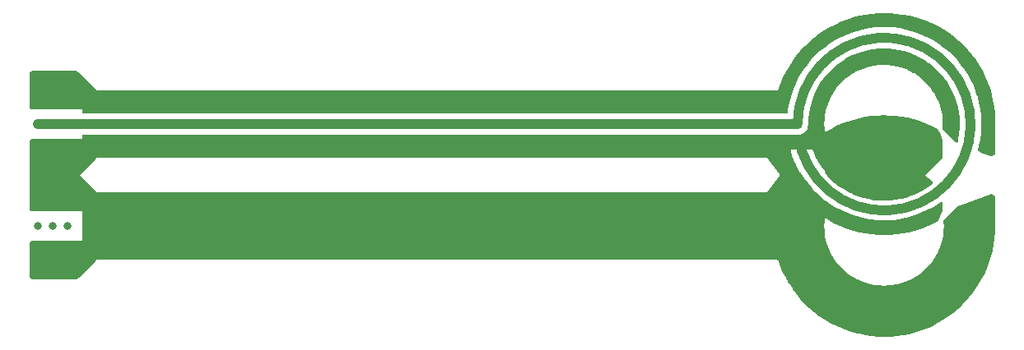
<source format=gbr>
G04 #@! TF.GenerationSoftware,KiCad,Pcbnew,8.0.4*
G04 #@! TF.CreationDate,2024-08-12T15:20:44-06:00*
G04 #@! TF.ProjectId,dual_loop_probe_fullground,6475616c-5f6c-46f6-9f70-5f70726f6265,rev?*
G04 #@! TF.SameCoordinates,Original*
G04 #@! TF.FileFunction,Copper,L3,Inr*
G04 #@! TF.FilePolarity,Positive*
%FSLAX46Y46*%
G04 Gerber Fmt 4.6, Leading zero omitted, Abs format (unit mm)*
G04 Created by KiCad (PCBNEW 8.0.4) date 2024-08-12 15:20:44*
%MOMM*%
%LPD*%
G01*
G04 APERTURE LIST*
G04 #@! TA.AperFunction,Conductor*
%ADD10C,0.100000*%
G04 #@! TD*
G04 #@! TA.AperFunction,Conductor*
%ADD11C,1.000000*%
G04 #@! TD*
G04 #@! TA.AperFunction,ComponentPad*
%ADD12R,4.190000X3.000000*%
G04 #@! TD*
G04 #@! TA.AperFunction,ViaPad*
%ADD13C,0.800000*%
G04 #@! TD*
G04 APERTURE END LIST*
D10*
X174000000Y-88000000D02*
X171000000Y-88000000D01*
X171000000Y-87000000D01*
X174000000Y-87000000D01*
X174000000Y-88000000D01*
G04 #@! TA.AperFunction,Conductor*
G36*
X174000000Y-88000000D02*
G01*
X171000000Y-88000000D01*
X171000000Y-87000000D01*
X174000000Y-87000000D01*
X174000000Y-88000000D01*
G37*
G04 #@! TD.AperFunction*
D11*
X172096699Y-85500917D02*
G75*
G02*
X172532462Y-88252170I8903201J17D01*
G01*
D12*
X95500000Y-99325000D03*
X95500000Y-92675000D03*
X95500000Y-82350000D03*
X95500000Y-89000000D03*
D13*
X133000000Y-94000000D03*
X131500000Y-94000000D03*
X95500000Y-94000000D03*
X101500000Y-94000000D03*
X104500000Y-94000000D03*
X122500000Y-94000000D03*
X124000000Y-94000000D03*
X125500000Y-94000000D03*
X127000000Y-94000000D03*
X119500000Y-94000000D03*
X112000000Y-94000000D03*
X110500000Y-94000000D03*
X94000000Y-94000000D03*
X100000000Y-94000000D03*
X118000000Y-94000000D03*
X130000000Y-94000000D03*
X121000000Y-94000000D03*
X109000000Y-94000000D03*
X107500000Y-94000000D03*
X116500000Y-94000000D03*
X98500000Y-94000000D03*
X103000000Y-94000000D03*
X128500000Y-94000000D03*
X106000000Y-94000000D03*
X115000000Y-94000000D03*
X97000000Y-94000000D03*
X113500000Y-94000000D03*
X134500000Y-94000000D03*
X170500000Y-94000000D03*
X169000000Y-94000000D03*
X137500000Y-94000000D03*
X136000000Y-94000000D03*
X140500000Y-94000000D03*
X143500000Y-94000000D03*
X139000000Y-94000000D03*
X142000000Y-94000000D03*
X151000000Y-94000000D03*
X145000000Y-94000000D03*
X145000000Y-94000000D03*
X146500000Y-94000000D03*
X148000000Y-94000000D03*
X149500000Y-94000000D03*
X154000000Y-94000000D03*
X152500000Y-94000000D03*
X155500000Y-94000000D03*
X157000000Y-94000000D03*
X158500000Y-94000000D03*
X160000000Y-94000000D03*
X161500000Y-94000000D03*
X163000000Y-94000000D03*
X164500000Y-94000000D03*
X166000000Y-94000000D03*
X167500000Y-94000000D03*
X174160681Y-97491213D03*
X174635347Y-98913966D03*
X175402207Y-100202942D03*
X176426056Y-101298965D03*
X177659889Y-102151720D03*
X179047062Y-102722056D03*
X180523893Y-102983790D03*
X182022581Y-102924906D03*
X183474324Y-102548108D03*
X184812473Y-101870694D03*
X185975596Y-100923763D03*
X186910295Y-99750788D03*
X187573660Y-98405618D03*
X187935235Y-96950009D03*
X174160681Y-94508787D03*
X176189817Y-90750000D03*
X177393138Y-89793306D03*
X178759561Y-89174905D03*
X180226358Y-88861790D03*
X181726188Y-88868335D03*
X183190197Y-89194238D03*
X184551172Y-89824539D03*
X187935235Y-95500000D03*
X170892607Y-99477156D03*
X171491886Y-100883213D03*
X172285582Y-102189421D03*
X173257467Y-103369069D03*
X174387667Y-104398039D03*
X175653074Y-105255289D03*
X177027812Y-105923292D03*
X178483771Y-106388387D03*
X179991181Y-106641066D03*
X181519219Y-106676161D03*
X183036640Y-106492955D03*
X184512416Y-106095193D03*
X185916373Y-105491010D03*
X187219802Y-104692759D03*
X188396051Y-103716763D03*
X189421069Y-102582978D03*
X190273897Y-101314587D03*
X190937097Y-99937525D03*
X191397107Y-98479952D03*
X191644523Y-96971669D03*
X171000000Y-92250000D03*
X171500000Y-90750000D03*
X175653074Y-86744711D03*
X177027812Y-86076708D03*
X178483771Y-85611613D03*
X179991181Y-85358934D03*
X181519219Y-85323839D03*
X183036640Y-85507045D03*
X184512416Y-85904807D03*
X185916373Y-86508990D03*
X191397107Y-93520048D03*
X191644523Y-95028331D03*
X101500000Y-87500000D03*
X110500000Y-98000000D03*
X188451529Y-77783237D03*
X107500000Y-83500000D03*
X121000000Y-87500000D03*
X167500000Y-83500000D03*
X183474325Y-79001883D03*
X94000000Y-98000000D03*
X134500000Y-98000000D03*
X125500000Y-83500000D03*
X125500000Y-87500000D03*
X166000000Y-83500000D03*
X124000000Y-83500000D03*
X109000000Y-83500000D03*
X173000000Y-94000000D03*
X160000000Y-98000000D03*
X97007460Y-89003531D03*
X100000000Y-98000000D03*
X180523894Y-78566201D03*
X130000000Y-98000000D03*
X121000000Y-98000000D03*
X158500000Y-83500000D03*
X121000000Y-83500000D03*
X140500000Y-87500000D03*
X140500000Y-83500000D03*
X175628427Y-94707958D03*
X113500000Y-87500000D03*
X187935236Y-86000000D03*
X174000001Y-85549991D03*
X185888882Y-95045517D03*
X95500000Y-83500000D03*
X191694380Y-86426685D03*
X151000000Y-98000000D03*
X164500000Y-87500000D03*
X163000000Y-98000000D03*
X119500000Y-87500000D03*
X191452585Y-83020048D03*
X172000000Y-87500000D03*
X112000000Y-83500000D03*
X181480182Y-96186973D03*
X136000000Y-87500000D03*
X170500000Y-98000000D03*
X134500000Y-83500000D03*
X185971851Y-76008990D03*
X97000000Y-90250000D03*
X174635348Y-82636025D03*
X161500000Y-83500000D03*
X167500000Y-98000000D03*
X140500000Y-98000000D03*
X149500000Y-87500000D03*
X97000000Y-98000000D03*
X122500000Y-83500000D03*
X146500000Y-83500000D03*
X163000000Y-87500000D03*
X130000000Y-83500000D03*
X160000000Y-83500000D03*
X106000000Y-98000000D03*
X145000000Y-83500000D03*
X190329375Y-80185413D03*
X95500000Y-98000000D03*
X95500000Y-100500000D03*
X187573661Y-83144373D03*
X113500000Y-83500000D03*
X109000000Y-98000000D03*
X169000000Y-83500000D03*
X180191817Y-92566997D03*
X160000000Y-87500000D03*
X174443145Y-77101961D03*
X94000000Y-100500000D03*
X130000000Y-87500000D03*
X166000000Y-87500000D03*
X179952568Y-96136716D03*
X103000000Y-83500000D03*
X115000000Y-87500000D03*
X137500000Y-98000000D03*
X128500000Y-98000000D03*
X119500000Y-83500000D03*
X155500000Y-87500000D03*
X100000000Y-83500000D03*
X94000000Y-87750000D03*
X142000000Y-83500000D03*
X118000000Y-87500000D03*
X107500000Y-87500000D03*
X137500000Y-87500000D03*
X151000000Y-87500000D03*
X98500000Y-83500000D03*
X149500000Y-98000000D03*
X142000000Y-98000000D03*
X94000000Y-90250000D03*
X145000000Y-83500000D03*
X152500000Y-87500000D03*
X98500000Y-87500000D03*
X118000000Y-83500000D03*
X109000000Y-87500000D03*
X183158444Y-92260427D03*
X145000000Y-98000000D03*
X157000000Y-83500000D03*
X155500000Y-98000000D03*
X182022582Y-78625085D03*
X170500000Y-87500000D03*
X145000000Y-87500000D03*
X164500000Y-83500000D03*
X152500000Y-98000000D03*
X174000000Y-96000000D03*
X136000000Y-98000000D03*
X116500000Y-87500000D03*
X134500000Y-87500000D03*
X187275280Y-76807241D03*
X175708552Y-76244711D03*
X158500000Y-98000000D03*
X191446964Y-87934968D03*
X173000000Y-87500000D03*
X189476547Y-78917022D03*
X124000000Y-87500000D03*
X131500000Y-87500000D03*
X186910296Y-81799203D03*
X97000000Y-87750000D03*
X177083290Y-75576708D03*
X146500000Y-98000000D03*
X163000000Y-83500000D03*
X115000000Y-98000000D03*
X136000000Y-83500000D03*
X97000000Y-83500919D03*
X180046659Y-74858934D03*
X110500000Y-87500000D03*
X161500000Y-87500000D03*
X137500000Y-83500000D03*
X125500000Y-98000000D03*
X127000000Y-98000000D03*
X161500000Y-98000000D03*
X97007460Y-99253531D03*
X166000000Y-98000000D03*
X184524867Y-91642026D03*
X175402208Y-81347049D03*
X139000000Y-83500000D03*
X101500000Y-83500000D03*
X106000000Y-87500000D03*
X116500000Y-98000000D03*
X128500000Y-83500000D03*
X94000000Y-91500000D03*
X127000000Y-87500000D03*
X178539249Y-75111613D03*
X100000000Y-87500000D03*
X167500000Y-87500000D03*
X182999347Y-96018834D03*
X98500000Y-98000000D03*
X178447741Y-95869090D03*
X148000000Y-87500000D03*
X112000000Y-98000000D03*
X177366833Y-91610793D03*
X183092118Y-75007045D03*
X157000000Y-87500000D03*
X94000000Y-83500000D03*
X169000000Y-87500000D03*
X154000000Y-87500000D03*
X179047063Y-78827935D03*
X176426057Y-80251026D03*
X171000000Y-89250000D03*
X128500000Y-87500000D03*
X107500000Y-98000000D03*
X94000000Y-81000000D03*
X148000000Y-98000000D03*
X149500000Y-83500000D03*
X110500000Y-83500000D03*
X122500000Y-98000000D03*
X181574697Y-74823839D03*
X158500000Y-87500000D03*
X133000000Y-83500000D03*
X190992575Y-81562475D03*
X131500000Y-83500000D03*
X95500000Y-81000000D03*
X170948085Y-82022844D03*
X97000000Y-91500000D03*
X112000000Y-87500000D03*
X104500000Y-83500000D03*
X178727808Y-92241094D03*
X154000000Y-98000000D03*
X187935236Y-84599982D03*
X172000000Y-94000000D03*
X185975597Y-80626228D03*
X127000000Y-83500000D03*
X155500000Y-83500000D03*
X146500000Y-87500000D03*
X133000000Y-87500000D03*
X118000000Y-98000000D03*
X143500000Y-87500000D03*
X177659890Y-79398271D03*
X142000000Y-87500000D03*
X148000000Y-83500000D03*
X176996468Y-95389569D03*
X104500000Y-98000000D03*
X154000000Y-83500000D03*
X172341060Y-79310579D03*
X184478999Y-95635737D03*
X181691647Y-92573542D03*
X95500000Y-90250000D03*
X131500000Y-98000000D03*
X191700001Y-84528331D03*
X106000000Y-83500000D03*
X174160682Y-84058778D03*
X164500000Y-98000000D03*
X97000000Y-100500000D03*
X122500000Y-87500000D03*
X145000000Y-87500000D03*
X103000000Y-87500000D03*
X104500000Y-87500000D03*
X101500000Y-98000000D03*
X173312945Y-78130931D03*
X124000000Y-98000000D03*
X174160682Y-87041204D03*
X113500000Y-98000000D03*
X184812474Y-79679297D03*
X170555478Y-83500000D03*
X139000000Y-98000000D03*
X119500000Y-98000000D03*
X152500000Y-83500000D03*
X184567894Y-75404807D03*
X95500000Y-87750000D03*
X151000000Y-83500000D03*
X143500000Y-83500000D03*
X95500000Y-91500000D03*
X103000000Y-98000000D03*
X143500000Y-98000000D03*
X133000000Y-98000000D03*
X139000000Y-87500000D03*
X97007194Y-92739008D03*
X116500000Y-83500000D03*
X169000000Y-98000000D03*
X115000000Y-83500000D03*
X97007194Y-82239008D03*
X145000000Y-98000000D03*
X157000000Y-98000000D03*
X97000000Y-81000000D03*
X171547364Y-80616787D03*
X97000000Y-96000000D03*
X94000000Y-96000000D03*
X95500000Y-96000632D03*
X97000000Y-85500919D03*
X95500000Y-85500919D03*
X94000000Y-85500919D03*
D11*
X98000000Y-85500919D02*
X171999888Y-85500919D01*
X97652246Y-85500919D02*
X93999944Y-85500919D01*
G04 #@! TA.AperFunction,Conductor*
G36*
X98603553Y-91103553D02*
G01*
X98603567Y-91103568D01*
X99853537Y-92353538D01*
X99853547Y-92353547D01*
X100000000Y-92500000D01*
X168750000Y-92500000D01*
X169000000Y-92500000D01*
X170500000Y-90500000D01*
X172446541Y-90500000D01*
X172471177Y-90544812D01*
X172804719Y-91070384D01*
X173170589Y-91573960D01*
X173170597Y-91573970D01*
X173567361Y-92053572D01*
X173567385Y-92053600D01*
X173667223Y-92159916D01*
X173993492Y-92507355D01*
X174447257Y-92933465D01*
X174531426Y-93003095D01*
X174926866Y-93330230D01*
X174926891Y-93330250D01*
X175199860Y-93528572D01*
X175430473Y-93696121D01*
X175956045Y-94029656D01*
X176501523Y-94329533D01*
X176501535Y-94329538D01*
X176501543Y-94329543D01*
X176826106Y-94482269D01*
X177064754Y-94594567D01*
X177643515Y-94823713D01*
X178235522Y-95016065D01*
X178838439Y-95170866D01*
X179449886Y-95287504D01*
X179889956Y-95343096D01*
X180067440Y-95365517D01*
X180067444Y-95365517D01*
X180067450Y-95365518D01*
X180688695Y-95404602D01*
X181311156Y-95404600D01*
X181311178Y-95404600D01*
X181311178Y-95404599D01*
X181932411Y-95365512D01*
X182549975Y-95287494D01*
X183161422Y-95170852D01*
X183161437Y-95170848D01*
X183161446Y-95170846D01*
X183368182Y-95117764D01*
X183764338Y-95016048D01*
X184356344Y-94823692D01*
X184935103Y-94594542D01*
X185498332Y-94329505D01*
X185498352Y-94329493D01*
X185498358Y-94329491D01*
X186043788Y-94029636D01*
X186043788Y-94029635D01*
X186043808Y-94029625D01*
X186569378Y-93696086D01*
X186799940Y-93528571D01*
X186866806Y-93504714D01*
X186935958Y-93520794D01*
X186985438Y-93571707D01*
X187000000Y-93630508D01*
X187000000Y-94374658D01*
X186999154Y-94389232D01*
X186988320Y-94482269D01*
X186981625Y-94510631D01*
X186949705Y-94598698D01*
X186943944Y-94612111D01*
X186567244Y-95365512D01*
X186500000Y-95500000D01*
X186525447Y-95500000D01*
X186516288Y-95521062D01*
X186482297Y-95549577D01*
X186447840Y-95569354D01*
X186441741Y-95572635D01*
X185884877Y-95852748D01*
X185878607Y-95855688D01*
X185307246Y-96104759D01*
X185300823Y-96107351D01*
X184716607Y-96324665D01*
X184710053Y-96326901D01*
X184114773Y-96511791D01*
X184108105Y-96513662D01*
X183503602Y-96665556D01*
X183496841Y-96667059D01*
X182884880Y-96785514D01*
X182878047Y-96786643D01*
X182260493Y-96871299D01*
X182253609Y-96872050D01*
X181632354Y-96922645D01*
X181625438Y-96923017D01*
X181002348Y-96939401D01*
X180995423Y-96939393D01*
X180372355Y-96921518D01*
X180365440Y-96921129D01*
X179744310Y-96869047D01*
X179737427Y-96868279D01*
X179120090Y-96782148D01*
X179113260Y-96781003D01*
X178501581Y-96661083D01*
X178494824Y-96659564D01*
X177890680Y-96506222D01*
X177884017Y-96504335D01*
X177289188Y-96318024D01*
X177282638Y-96315773D01*
X176698958Y-96097066D01*
X176692542Y-96094459D01*
X176121747Y-95844008D01*
X176115484Y-95841052D01*
X176024768Y-95795148D01*
X175559314Y-95559618D01*
X175553223Y-95556322D01*
X175043261Y-95262015D01*
X175026842Y-95249966D01*
X175013439Y-95243843D01*
X174999838Y-95236594D01*
X174998049Y-95235495D01*
X174994093Y-95233064D01*
X174989451Y-95230212D01*
X174988818Y-95230060D01*
X174984794Y-95228670D01*
X174980540Y-95228591D01*
X174979896Y-95228517D01*
X174967935Y-95230938D01*
X174952690Y-95233064D01*
X174940539Y-95234007D01*
X174939949Y-95234251D01*
X174935863Y-95235495D01*
X174932378Y-95237930D01*
X174931806Y-95238252D01*
X174923553Y-95247242D01*
X174912467Y-95257925D01*
X174903190Y-95265830D01*
X174902851Y-95266383D01*
X174900285Y-95269781D01*
X174898896Y-95273802D01*
X174898625Y-95274393D01*
X174897234Y-95286508D01*
X174894544Y-95301673D01*
X174891685Y-95313520D01*
X174891733Y-95314128D01*
X174891285Y-95338259D01*
X174868324Y-95537945D01*
X174850969Y-96019135D01*
X174871317Y-96500194D01*
X174929244Y-96978195D01*
X174929248Y-96978216D01*
X175024393Y-97450199D01*
X175024395Y-97450207D01*
X175156179Y-97913294D01*
X175156188Y-97913322D01*
X175323805Y-98364689D01*
X175323816Y-98364715D01*
X175526226Y-98801559D01*
X175526230Y-98801567D01*
X175526235Y-98801577D01*
X175762224Y-99221280D01*
X176030329Y-99621231D01*
X176328907Y-99998978D01*
X176468419Y-100149580D01*
X176656122Y-100352204D01*
X176656131Y-100352213D01*
X177009965Y-100678735D01*
X177009972Y-100678741D01*
X177009979Y-100678747D01*
X177388298Y-100976600D01*
X177788762Y-101243938D01*
X177788765Y-101243940D01*
X177788770Y-101243943D01*
X177974152Y-101347712D01*
X178208916Y-101479123D01*
X178515392Y-101620414D01*
X178578482Y-101649500D01*
X178646185Y-101680712D01*
X179097885Y-101847469D01*
X179561249Y-101978372D01*
X180033435Y-102072618D01*
X180511547Y-102129629D01*
X180992654Y-102149056D01*
X180992658Y-102149055D01*
X180992662Y-102149056D01*
X181473790Y-102130780D01*
X181473794Y-102130779D01*
X181473807Y-102130779D01*
X181881390Y-102083164D01*
X181952047Y-102074911D01*
X181952050Y-102074910D01*
X181952054Y-102074910D01*
X181952059Y-102074908D01*
X181952071Y-102074907D01*
X182097555Y-102046230D01*
X182424463Y-101981793D01*
X182888138Y-101851997D01*
X183340236Y-101686320D01*
X183777985Y-101485776D01*
X184198700Y-101251596D01*
X184198700Y-101251595D01*
X184198707Y-101251592D01*
X184198713Y-101251588D01*
X184599787Y-100985225D01*
X184599787Y-100985224D01*
X184599802Y-100985215D01*
X184826144Y-100807888D01*
X184978810Y-100688283D01*
X184978815Y-100688278D01*
X184978831Y-100688266D01*
X185333464Y-100362572D01*
X185661525Y-100010127D01*
X185961005Y-99633094D01*
X186230065Y-99233785D01*
X186467056Y-98814647D01*
X186473159Y-98801559D01*
X186571605Y-98590414D01*
X186670526Y-98378250D01*
X186839226Y-97927272D01*
X186972123Y-97464476D01*
X187068401Y-96992700D01*
X187127469Y-96514838D01*
X187145681Y-96107351D01*
X187148967Y-96033830D01*
X187148967Y-96033819D01*
X187132762Y-95552592D01*
X187120794Y-95446280D01*
X187133050Y-95376350D01*
X187156902Y-95343096D01*
X188418672Y-94081327D01*
X188428634Y-94072375D01*
X188495788Y-94018209D01*
X188518321Y-94003700D01*
X188595417Y-93964981D01*
X188607698Y-93959613D01*
X191816305Y-92756385D01*
X191832909Y-92751433D01*
X191941443Y-92727054D01*
X191975936Y-92724181D01*
X192078221Y-92729783D01*
X192112201Y-92736407D01*
X192209103Y-92769637D01*
X192239998Y-92785260D01*
X192324194Y-92843608D01*
X192349671Y-92867051D01*
X192395746Y-92922975D01*
X192423625Y-92988269D01*
X192424500Y-93003095D01*
X192424500Y-95998248D01*
X192424450Y-96001782D01*
X192406626Y-96637038D01*
X192406230Y-96644094D01*
X192352962Y-97275607D01*
X192352171Y-97282631D01*
X192263576Y-97910179D01*
X192262392Y-97917146D01*
X192138753Y-98538725D01*
X192137180Y-98545616D01*
X191978884Y-99159276D01*
X191976928Y-99166067D01*
X191784464Y-99769916D01*
X191782129Y-99776587D01*
X191556127Y-100368651D01*
X191553423Y-100375181D01*
X191294560Y-100953682D01*
X191291493Y-100960050D01*
X191000607Y-101523114D01*
X190997188Y-101529299D01*
X190675202Y-102075146D01*
X190671442Y-102081131D01*
X190319337Y-102608093D01*
X190315247Y-102613857D01*
X189934166Y-103120225D01*
X189929760Y-103125751D01*
X189520866Y-103609979D01*
X189516156Y-103615249D01*
X189080769Y-104075772D01*
X189075772Y-104080769D01*
X188615249Y-104516156D01*
X188609979Y-104520866D01*
X188125751Y-104929760D01*
X188120225Y-104934166D01*
X187613857Y-105315247D01*
X187608093Y-105319337D01*
X187081131Y-105671442D01*
X187075146Y-105675202D01*
X186529299Y-105997188D01*
X186523114Y-106000607D01*
X185960050Y-106291493D01*
X185953682Y-106294560D01*
X185375181Y-106553423D01*
X185368651Y-106556127D01*
X184776587Y-106782129D01*
X184769916Y-106784464D01*
X184166067Y-106976928D01*
X184159276Y-106978884D01*
X183545616Y-107137180D01*
X183538725Y-107138753D01*
X182917146Y-107262392D01*
X182910179Y-107263576D01*
X182282631Y-107352171D01*
X182275607Y-107352962D01*
X181644094Y-107406230D01*
X181637038Y-107406626D01*
X181148740Y-107420326D01*
X181091250Y-107408238D01*
X181076242Y-107401126D01*
X181076241Y-107401126D01*
X181076239Y-107401125D01*
X181044026Y-107401325D01*
X181042169Y-107401322D01*
X181041468Y-107401316D01*
X181039739Y-107401290D01*
X180394673Y-107386916D01*
X180387498Y-107386551D01*
X179745750Y-107335549D01*
X179738606Y-107334776D01*
X179100794Y-107247274D01*
X179093707Y-107246095D01*
X178461927Y-107122384D01*
X178454918Y-107120803D01*
X177831195Y-106961275D01*
X177824288Y-106959296D01*
X177210713Y-106764489D01*
X177203930Y-106762121D01*
X176602431Y-106532648D01*
X176595794Y-106529897D01*
X176008343Y-106266509D01*
X176001874Y-106263383D01*
X175430417Y-105966952D01*
X175424156Y-105963475D01*
X174870467Y-105634919D01*
X174864405Y-105631083D01*
X174330396Y-105271537D01*
X174324553Y-105267356D01*
X173811897Y-104877949D01*
X173806302Y-104873442D01*
X173316671Y-104455444D01*
X173311342Y-104450625D01*
X172846347Y-104005413D01*
X172841301Y-104000299D01*
X172402421Y-103529287D01*
X172397674Y-103523892D01*
X171986359Y-103028634D01*
X171981929Y-103022979D01*
X171926882Y-102948430D01*
X171599516Y-102505089D01*
X171595421Y-102499199D01*
X171576143Y-102469711D01*
X171243129Y-101960322D01*
X171239376Y-101954206D01*
X171216973Y-101915258D01*
X170975468Y-101495388D01*
X170918392Y-101396159D01*
X170914989Y-101389832D01*
X170899312Y-101358579D01*
X170626319Y-100814365D01*
X170623309Y-100807909D01*
X170367907Y-100216920D01*
X170365263Y-100210291D01*
X170155376Y-99636886D01*
X170150976Y-99621209D01*
X170150498Y-99620055D01*
X170150498Y-99620053D01*
X170142758Y-99601372D01*
X170139670Y-99593109D01*
X170131864Y-99569738D01*
X170131862Y-99569736D01*
X170130750Y-99567908D01*
X170107825Y-99544986D01*
X170106563Y-99543706D01*
X170106512Y-99543654D01*
X170104588Y-99541674D01*
X170083983Y-99520474D01*
X170083981Y-99520473D01*
X170057138Y-99510649D01*
X170052252Y-99508744D01*
X170028440Y-99498883D01*
X170022704Y-99497273D01*
X170019462Y-99496861D01*
X169998757Y-99498896D01*
X169986447Y-99499500D01*
X169041535Y-99499568D01*
X169013301Y-99499568D01*
X169013297Y-99499569D01*
X169002773Y-99503928D01*
X169000000Y-99500000D01*
X168740922Y-99500000D01*
X168740916Y-99500000D01*
X100207104Y-99500000D01*
X100000000Y-99500000D01*
X99853558Y-99646442D01*
X99853537Y-99646461D01*
X98152287Y-101347712D01*
X98139896Y-101358579D01*
X98056055Y-101422913D01*
X98027569Y-101439360D01*
X97937627Y-101476615D01*
X97905856Y-101485128D01*
X97827917Y-101495388D01*
X97801080Y-101498922D01*
X97784635Y-101500000D01*
X93508258Y-101500000D01*
X93491812Y-101498922D01*
X93387037Y-101485128D01*
X93355265Y-101476615D01*
X93265326Y-101439361D01*
X93236840Y-101422914D01*
X93159605Y-101363649D01*
X93136351Y-101340396D01*
X93101536Y-101295024D01*
X93075937Y-101228807D01*
X93075500Y-101218323D01*
X93075500Y-97781677D01*
X93095502Y-97713556D01*
X93101531Y-97704981D01*
X93136351Y-97659603D01*
X93159603Y-97636351D01*
X93236843Y-97577082D01*
X93265321Y-97560640D01*
X93355270Y-97523382D01*
X93387033Y-97514872D01*
X93468592Y-97504134D01*
X93491813Y-97501078D01*
X93508258Y-97500000D01*
X97999993Y-97500000D01*
X98000000Y-97500000D01*
X98500000Y-97500000D01*
X98500000Y-94500000D01*
X98000002Y-94500000D01*
X93508258Y-94500000D01*
X93491812Y-94498922D01*
X93387037Y-94485128D01*
X93355265Y-94476615D01*
X93265326Y-94439361D01*
X93236840Y-94422914D01*
X93159605Y-94363649D01*
X93136351Y-94340396D01*
X93101536Y-94295024D01*
X93075937Y-94228807D01*
X93075500Y-94218323D01*
X93075500Y-90500000D01*
X98000000Y-90500000D01*
X98603553Y-91103553D01*
G37*
G04 #@! TD.AperFunction*
G04 #@! TA.AperFunction,Conductor*
G36*
X185603553Y-91103553D02*
G01*
X185964337Y-91464337D01*
X185998361Y-91526648D01*
X185993297Y-91597463D01*
X185953931Y-91651838D01*
X185719069Y-91839644D01*
X185711970Y-91844923D01*
X185262669Y-92155149D01*
X185255218Y-92159916D01*
X184785262Y-92437850D01*
X184777505Y-92442077D01*
X184647105Y-92507311D01*
X184289197Y-92686355D01*
X184281151Y-92690032D01*
X183776912Y-92899443D01*
X183768628Y-92902547D01*
X183250940Y-93076060D01*
X183242459Y-93078575D01*
X182713875Y-93215336D01*
X182705238Y-93217250D01*
X182168355Y-93316587D01*
X182159605Y-93317890D01*
X181617081Y-93379309D01*
X181608261Y-93379995D01*
X181062771Y-93403196D01*
X181053925Y-93403262D01*
X180508126Y-93388130D01*
X180499297Y-93387574D01*
X179955937Y-93334186D01*
X179947169Y-93333013D01*
X179408869Y-93241628D01*
X179400205Y-93239842D01*
X178869651Y-93110912D01*
X178861133Y-93108522D01*
X178340944Y-92942687D01*
X178332615Y-92939706D01*
X177825335Y-92737776D01*
X177817236Y-92734218D01*
X177325375Y-92497192D01*
X177317545Y-92493074D01*
X176843525Y-92222119D01*
X176836004Y-92217462D01*
X176382172Y-91913920D01*
X176374996Y-91908747D01*
X175943572Y-91574103D01*
X175936777Y-91568439D01*
X175529909Y-91204358D01*
X175523527Y-91198231D01*
X175143189Y-90806480D01*
X175137263Y-90799931D01*
X174884432Y-90500000D01*
X183000000Y-90500000D01*
X184000000Y-90500000D01*
X185000000Y-90500000D01*
X185603553Y-91103553D01*
G37*
G04 #@! TD.AperFunction*
G04 #@! TA.AperFunction,Conductor*
G36*
X181491158Y-77713837D02*
G01*
X181500085Y-77714404D01*
X182042820Y-77768371D01*
X182051674Y-77769570D01*
X182589193Y-77861931D01*
X182597929Y-77863754D01*
X183037519Y-77971901D01*
X183127541Y-77994048D01*
X183136152Y-77996494D01*
X183655167Y-78164058D01*
X183663566Y-78167104D01*
X184169379Y-78371097D01*
X184177544Y-78374732D01*
X184667595Y-78614123D01*
X184675489Y-78618333D01*
X185147305Y-78891912D01*
X185154863Y-78896661D01*
X185606066Y-79203050D01*
X185613289Y-79208339D01*
X186041594Y-79545986D01*
X186048422Y-79551774D01*
X186451659Y-79918966D01*
X186458060Y-79925224D01*
X186626927Y-80102506D01*
X186763305Y-80245681D01*
X186834232Y-80320142D01*
X186840166Y-80326833D01*
X187187333Y-80747443D01*
X187192780Y-80754541D01*
X187509220Y-81198756D01*
X187514151Y-81206227D01*
X187798238Y-81671765D01*
X187802627Y-81679567D01*
X188052949Y-82164111D01*
X188056772Y-82172205D01*
X188272065Y-82673306D01*
X188275305Y-82681651D01*
X188454474Y-83196771D01*
X188457112Y-83205325D01*
X188599249Y-83731845D01*
X188601274Y-83740564D01*
X188705677Y-84275878D01*
X188707077Y-84284720D01*
X188773206Y-84826075D01*
X188773975Y-84834994D01*
X188801501Y-85379682D01*
X188801635Y-85388632D01*
X188790419Y-85933903D01*
X188789917Y-85942841D01*
X188740014Y-86485934D01*
X188738879Y-86494813D01*
X188650544Y-87032999D01*
X188648781Y-87041776D01*
X188584274Y-87312696D01*
X188549038Y-87374331D01*
X188486072Y-87407132D01*
X188415369Y-87400683D01*
X188372606Y-87372606D01*
X187067810Y-86067810D01*
X187033784Y-86005498D01*
X187031687Y-85964701D01*
X187034134Y-85942841D01*
X187034475Y-85939791D01*
X187050237Y-85461156D01*
X187039536Y-85226519D01*
X187028420Y-84982768D01*
X187028419Y-84982765D01*
X187028419Y-84982758D01*
X186969157Y-84507544D01*
X186872815Y-84038441D01*
X186739986Y-83578336D01*
X186571488Y-83130063D01*
X186368359Y-82696382D01*
X186131850Y-82279965D01*
X185944435Y-82003072D01*
X185863422Y-81883381D01*
X185863421Y-81883380D01*
X185863417Y-81883374D01*
X185604557Y-81558983D01*
X185564720Y-81509061D01*
X185564716Y-81509057D01*
X185564713Y-81509053D01*
X185237577Y-81159307D01*
X185016203Y-80957052D01*
X184884024Y-80836288D01*
X184826561Y-80791524D01*
X184506232Y-80541988D01*
X184106526Y-80278217D01*
X183993938Y-80216003D01*
X183687381Y-80046606D01*
X183687377Y-80046604D01*
X183687368Y-80046599D01*
X183251339Y-79848562D01*
X183251338Y-79848561D01*
X183251330Y-79848558D01*
X182801139Y-79685329D01*
X182801105Y-79685318D01*
X182339506Y-79557894D01*
X182339490Y-79557891D01*
X181922441Y-79477316D01*
X181869295Y-79467048D01*
X181393420Y-79413354D01*
X180914800Y-79397139D01*
X180914797Y-79397139D01*
X180914794Y-79397139D01*
X180766772Y-79403749D01*
X180436382Y-79418504D01*
X180436374Y-79418504D01*
X180436373Y-79418505D01*
X180436365Y-79418505D01*
X179961126Y-79477314D01*
X179961116Y-79477316D01*
X179491918Y-79573214D01*
X179031694Y-79705606D01*
X179031683Y-79705609D01*
X178583269Y-79873676D01*
X178583232Y-79873691D01*
X178149393Y-80076394D01*
X177732746Y-80312512D01*
X177335903Y-80580569D01*
X177335891Y-80580577D01*
X176961318Y-80878902D01*
X176961286Y-80878930D01*
X176611236Y-81205729D01*
X176611230Y-81205736D01*
X176287885Y-81558974D01*
X176287877Y-81558983D01*
X175993236Y-81936476D01*
X175993225Y-81936490D01*
X175729081Y-82335938D01*
X175729073Y-82335951D01*
X175497062Y-82754885D01*
X175497056Y-82754898D01*
X175298619Y-83190712D01*
X175298612Y-83190728D01*
X175134960Y-83640756D01*
X175134946Y-83640799D01*
X175007087Y-84102265D01*
X175007082Y-84102287D01*
X175007081Y-84102293D01*
X174971657Y-84284720D01*
X174915791Y-84572417D01*
X174861649Y-85048226D01*
X174844981Y-85526836D01*
X174865892Y-86005262D01*
X174865895Y-86005292D01*
X174890233Y-86203467D01*
X174890804Y-86227593D01*
X174893869Y-86240156D01*
X174896519Y-86254655D01*
X174898095Y-86267486D01*
X174899432Y-86271292D01*
X174899883Y-86272127D01*
X174902328Y-86275331D01*
X174912188Y-86283690D01*
X174922856Y-86293865D01*
X174931672Y-86303319D01*
X174934979Y-86305603D01*
X174935845Y-86306019D01*
X174939696Y-86307171D01*
X174939906Y-86307186D01*
X174939907Y-86307187D01*
X174952588Y-86308137D01*
X174967200Y-86310098D01*
X174979692Y-86312527D01*
X174979693Y-86312526D01*
X174979908Y-86312568D01*
X174983891Y-86312474D01*
X174984888Y-86312292D01*
X174988641Y-86310973D01*
X174988829Y-86310856D01*
X174988833Y-86310857D01*
X174999672Y-86304159D01*
X175012632Y-86297165D01*
X175024157Y-86291792D01*
X175024157Y-86291791D01*
X175026974Y-86290478D01*
X175042750Y-86278773D01*
X175547190Y-85985883D01*
X175553207Y-85982606D01*
X176103956Y-85701983D01*
X176110145Y-85699040D01*
X176675421Y-85449016D01*
X176681767Y-85446415D01*
X177259872Y-85227739D01*
X177266380Y-85225479D01*
X177855609Y-85038797D01*
X177862209Y-85036904D01*
X178460751Y-84882787D01*
X178467471Y-84881252D01*
X179073557Y-84760155D01*
X179080348Y-84758990D01*
X179692187Y-84671272D01*
X179699000Y-84670486D01*
X180314730Y-84616416D01*
X180321575Y-84616004D01*
X180939323Y-84595745D01*
X180946218Y-84595709D01*
X181564150Y-84609321D01*
X181570986Y-84609659D01*
X182187254Y-84657103D01*
X182194099Y-84657818D01*
X182806851Y-84738951D01*
X182813629Y-84740038D01*
X183421007Y-84854614D01*
X183427699Y-84856067D01*
X184027914Y-85003749D01*
X184034512Y-85005566D01*
X184625722Y-85185902D01*
X184632252Y-85188092D01*
X185212664Y-85400531D01*
X185219047Y-85403068D01*
X185786970Y-85646994D01*
X185793219Y-85649884D01*
X186346903Y-85924541D01*
X186352981Y-85927767D01*
X186475823Y-85997337D01*
X186522999Y-86045998D01*
X186800749Y-86601499D01*
X186943944Y-86887888D01*
X186949705Y-86901301D01*
X186981625Y-86989368D01*
X186988320Y-87017730D01*
X186999154Y-87110767D01*
X187000000Y-87125341D01*
X187000000Y-88784635D01*
X186998922Y-88801082D01*
X186985128Y-88905856D01*
X186976615Y-88937627D01*
X186939360Y-89027569D01*
X186922913Y-89056055D01*
X186858579Y-89139896D01*
X186847712Y-89152287D01*
X185603567Y-90396431D01*
X185603548Y-90396452D01*
X185000000Y-91000000D01*
X184000000Y-91000000D01*
X183000000Y-91000000D01*
X175471075Y-91000000D01*
X175243739Y-90768374D01*
X175237699Y-90761767D01*
X175096435Y-90595742D01*
X174884253Y-90346368D01*
X174878722Y-90339378D01*
X174555659Y-89899928D01*
X174550649Y-89892581D01*
X174259584Y-89431275D01*
X174255098Y-89423569D01*
X174135328Y-89200000D01*
X173997554Y-88942822D01*
X173993610Y-88934786D01*
X173770853Y-88436979D01*
X173767489Y-88428684D01*
X173579799Y-87914012D01*
X173578340Y-87909780D01*
X173547578Y-87815107D01*
X173449986Y-87636025D01*
X173449985Y-87636023D01*
X173321145Y-87477919D01*
X173321143Y-87477917D01*
X173165450Y-87346182D01*
X173165448Y-87346181D01*
X173165447Y-87346180D01*
X172988194Y-87245295D01*
X172988190Y-87245293D01*
X172988189Y-87245293D01*
X172988187Y-87245292D01*
X172795426Y-87178698D01*
X172795418Y-87178696D01*
X172593693Y-87148655D01*
X172389877Y-87156191D01*
X172389876Y-87156191D01*
X172190927Y-87201049D01*
X172190910Y-87201054D01*
X172003599Y-87281701D01*
X172003597Y-87281702D01*
X171834277Y-87395406D01*
X171688733Y-87538285D01*
X171571922Y-87705475D01*
X171487821Y-87891280D01*
X171439295Y-88089376D01*
X171439294Y-88089383D01*
X171427994Y-88293014D01*
X171427994Y-88293018D01*
X171454303Y-88495256D01*
X171454305Y-88495264D01*
X171502437Y-88643397D01*
X171502467Y-88643463D01*
X171548337Y-88784635D01*
X171582975Y-88891238D01*
X171796804Y-89431305D01*
X171814442Y-89475851D01*
X172082157Y-90044769D01*
X172385048Y-90595722D01*
X172385058Y-90595739D01*
X172385060Y-90595742D01*
X172641612Y-91000000D01*
X170500000Y-91000000D01*
X170004523Y-90339363D01*
X169150001Y-89200001D01*
X169150000Y-89200000D01*
X169000000Y-89000000D01*
X168750002Y-89000000D01*
X100207104Y-89000000D01*
X100000000Y-89000000D01*
X99853558Y-89146442D01*
X99853537Y-89146461D01*
X98603567Y-90396431D01*
X98603548Y-90396452D01*
X98000000Y-91000000D01*
X93075500Y-91000000D01*
X93075500Y-87281677D01*
X93095502Y-87213556D01*
X93101531Y-87204981D01*
X93136351Y-87159603D01*
X93159603Y-87136351D01*
X93236843Y-87077082D01*
X93265321Y-87060640D01*
X93355270Y-87023382D01*
X93387033Y-87014872D01*
X93468592Y-87004134D01*
X93491813Y-87001078D01*
X93508258Y-87000000D01*
X97999993Y-87000000D01*
X98000000Y-87000000D01*
X98500000Y-87000000D01*
X98500000Y-86632465D01*
X98506886Y-86623920D01*
X98574249Y-86601499D01*
X98578747Y-86601419D01*
X172040009Y-86601419D01*
X172051634Y-86601956D01*
X172096701Y-86606132D01*
X172096702Y-86606131D01*
X172096705Y-86606132D01*
X172096707Y-86606132D01*
X172207473Y-86595867D01*
X172299784Y-86587313D01*
X172495951Y-86531499D01*
X172678522Y-86440589D01*
X172841279Y-86317679D01*
X172978681Y-86166956D01*
X173086048Y-85993552D01*
X173159724Y-85803371D01*
X173197200Y-85602891D01*
X173197199Y-85503138D01*
X173197279Y-85498663D01*
X173200277Y-85414308D01*
X173216731Y-84951387D01*
X173217363Y-84942496D01*
X173275390Y-84400152D01*
X173276651Y-84391342D01*
X173373037Y-83854489D01*
X173374920Y-83845791D01*
X173509174Y-83317163D01*
X173511682Y-83308577D01*
X173547306Y-83200994D01*
X173683127Y-82790821D01*
X173686238Y-82782438D01*
X173697585Y-82754898D01*
X173894009Y-82278164D01*
X173897692Y-82270056D01*
X174140761Y-81781771D01*
X174145007Y-81773950D01*
X174422135Y-81304151D01*
X174426911Y-81296674D01*
X174736699Y-80847726D01*
X174742009Y-80840588D01*
X175082880Y-80414785D01*
X175088686Y-80408038D01*
X175458931Y-80007506D01*
X175465196Y-80001194D01*
X175862936Y-79627969D01*
X175869638Y-79622113D01*
X176292899Y-79278050D01*
X176299979Y-79272702D01*
X176746571Y-78959579D01*
X176754064Y-78954713D01*
X177221751Y-78674093D01*
X177229528Y-78669795D01*
X177716003Y-78423067D01*
X177724072Y-78419329D01*
X178226795Y-78207780D01*
X178235137Y-78204614D01*
X178751587Y-78029303D01*
X178760152Y-78026730D01*
X179287757Y-77888524D01*
X179296478Y-77886568D01*
X179832577Y-77786169D01*
X179841375Y-77784843D01*
X180383251Y-77722762D01*
X180392161Y-77722061D01*
X180937060Y-77698608D01*
X180945978Y-77698542D01*
X181491158Y-77713837D01*
G37*
G04 #@! TD.AperFunction*
G04 #@! TA.AperFunction,Conductor*
G36*
X180962649Y-74076348D02*
G01*
X180977151Y-74076025D01*
X180977152Y-74076026D01*
X180996800Y-74075589D01*
X180999428Y-74075531D01*
X181002226Y-74075500D01*
X181003868Y-74075500D01*
X181004733Y-74075502D01*
X181648190Y-74079923D01*
X181655462Y-74080185D01*
X182297005Y-74121974D01*
X182304254Y-74122658D01*
X182878346Y-74193762D01*
X182942244Y-74201676D01*
X182949488Y-74202788D01*
X182958615Y-74204462D01*
X183581817Y-74318769D01*
X183588939Y-74320291D01*
X184189447Y-74466979D01*
X184213423Y-74472836D01*
X184220490Y-74474781D01*
X184835073Y-74663385D01*
X184842014Y-74665739D01*
X185444548Y-74889743D01*
X185451319Y-74892486D01*
X186039875Y-75151175D01*
X186046444Y-75154293D01*
X186618961Y-75446765D01*
X186625356Y-75450270D01*
X187179880Y-75775525D01*
X187186067Y-75779400D01*
X187720733Y-76136342D01*
X187726686Y-76140571D01*
X188239686Y-76527991D01*
X188245403Y-76532576D01*
X188735008Y-76949169D01*
X188740438Y-76954068D01*
X188851446Y-77060249D01*
X189204989Y-77398421D01*
X189210136Y-77403639D01*
X189648062Y-77874249D01*
X189652897Y-77879758D01*
X190062715Y-78375031D01*
X190067221Y-78380811D01*
X190447547Y-78899073D01*
X190451710Y-78905106D01*
X190801265Y-79444617D01*
X190805069Y-79450881D01*
X191122648Y-80009776D01*
X191126083Y-80016251D01*
X191410650Y-80592711D01*
X191413701Y-80599375D01*
X191525964Y-80864624D01*
X191650683Y-81159307D01*
X191664247Y-81191354D01*
X191666903Y-81198175D01*
X191701982Y-81296651D01*
X191882624Y-81803776D01*
X191884881Y-81810749D01*
X192065013Y-82427833D01*
X192066861Y-82434925D01*
X192210809Y-83061438D01*
X192212242Y-83068626D01*
X192319518Y-83702450D01*
X192320531Y-83709709D01*
X192390774Y-84348721D01*
X192391362Y-84356027D01*
X192412115Y-84760156D01*
X192423546Y-84982758D01*
X192424334Y-84998093D01*
X192424500Y-85004555D01*
X192424500Y-88496903D01*
X192404498Y-88565024D01*
X192395747Y-88577022D01*
X192349672Y-88632947D01*
X192324194Y-88656391D01*
X192239998Y-88714739D01*
X192209101Y-88730363D01*
X192112201Y-88763592D01*
X192078220Y-88770216D01*
X191975943Y-88775818D01*
X191941439Y-88772944D01*
X191832920Y-88748569D01*
X191816291Y-88743609D01*
X191780968Y-88730363D01*
X190998611Y-88436979D01*
X190717433Y-88331537D01*
X190660673Y-88288890D01*
X190635980Y-88222326D01*
X190639632Y-88182230D01*
X190767506Y-87684190D01*
X190885321Y-87066569D01*
X190954268Y-86520792D01*
X190964123Y-86442779D01*
X190964123Y-86442776D01*
X190964124Y-86442769D01*
X191003602Y-85815252D01*
X191003600Y-85186494D01*
X191003600Y-85186484D01*
X191003599Y-85186482D01*
X190964119Y-84558977D01*
X190885313Y-83935177D01*
X190767494Y-83317557D01*
X190765188Y-83308577D01*
X190611128Y-82708561D01*
X190611121Y-82708536D01*
X190519914Y-82427833D01*
X190416828Y-82110569D01*
X190185365Y-81525966D01*
X189917652Y-80957049D01*
X189917646Y-80957038D01*
X189917638Y-80957022D01*
X189614755Y-80406084D01*
X189614745Y-80406067D01*
X189614744Y-80406065D01*
X189277837Y-79875189D01*
X188967237Y-79447687D01*
X188908272Y-79366529D01*
X188908271Y-79366527D01*
X188908261Y-79366514D01*
X188507475Y-78882049D01*
X188507470Y-78882044D01*
X188507468Y-78882041D01*
X188077059Y-78423705D01*
X187654320Y-78026728D01*
X187618714Y-77993292D01*
X187346828Y-77768370D01*
X187134260Y-77592519D01*
X187134235Y-77592499D01*
X186625566Y-77222931D01*
X186094706Y-76886039D01*
X186094699Y-76886035D01*
X186094691Y-76886030D01*
X185543706Y-76583125D01*
X185543699Y-76583121D01*
X185543685Y-76583114D01*
X184974806Y-76315423D01*
X184974788Y-76315415D01*
X184390184Y-76083955D01*
X184390170Y-76083950D01*
X183792198Y-75889659D01*
X183183212Y-75733298D01*
X183183204Y-75733297D01*
X182565579Y-75615480D01*
X182565566Y-75615478D01*
X181941782Y-75536676D01*
X181314267Y-75497198D01*
X180685488Y-75497198D01*
X180685486Y-75497199D01*
X180058006Y-75536679D01*
X180057991Y-75536680D01*
X180057981Y-75536681D01*
X180057971Y-75536682D01*
X180057963Y-75536683D01*
X179434186Y-75615486D01*
X179434173Y-75615488D01*
X178816563Y-75733304D01*
X178816536Y-75733310D01*
X178207565Y-75889669D01*
X178207550Y-75889674D01*
X177609576Y-76083970D01*
X177609570Y-76083972D01*
X177024968Y-76315433D01*
X177024950Y-76315441D01*
X176456056Y-76583144D01*
X176456026Y-76583159D01*
X175905088Y-76886042D01*
X175905056Y-76886061D01*
X175374205Y-77222950D01*
X174865532Y-77592524D01*
X174865521Y-77592533D01*
X174865517Y-77592536D01*
X174632445Y-77785351D01*
X174381053Y-77993321D01*
X174381044Y-77993328D01*
X173922708Y-78423737D01*
X173492296Y-78882079D01*
X173091521Y-79366535D01*
X173091501Y-79366560D01*
X172721934Y-79875230D01*
X172385041Y-80406089D01*
X172385033Y-80406102D01*
X172385032Y-80406105D01*
X172230115Y-80687900D01*
X172082116Y-80957111D01*
X171814424Y-81525989D01*
X171814416Y-81526007D01*
X171582956Y-82110611D01*
X171582951Y-82110625D01*
X171388660Y-82708598D01*
X171232299Y-83317583D01*
X171232298Y-83317591D01*
X171114481Y-83935216D01*
X171114479Y-83935229D01*
X171069635Y-84290211D01*
X171041253Y-84355288D01*
X170982194Y-84394689D01*
X170944629Y-84400419D01*
X98579509Y-84400419D01*
X98511388Y-84380417D01*
X98500000Y-84367274D01*
X98500000Y-84000000D01*
X98000002Y-84000000D01*
X93508258Y-84000000D01*
X93491812Y-83998922D01*
X93387037Y-83985128D01*
X93355265Y-83976615D01*
X93265326Y-83939361D01*
X93236840Y-83922914D01*
X93159605Y-83863649D01*
X93136351Y-83840396D01*
X93101536Y-83795024D01*
X93075937Y-83728807D01*
X93075500Y-83718323D01*
X93075500Y-80281677D01*
X93095502Y-80213556D01*
X93101531Y-80204981D01*
X93136351Y-80159603D01*
X93159603Y-80136351D01*
X93236843Y-80077082D01*
X93265321Y-80060640D01*
X93355270Y-80023382D01*
X93387033Y-80014872D01*
X93468592Y-80004134D01*
X93491813Y-80001078D01*
X93508258Y-80000000D01*
X97784635Y-80000000D01*
X97801080Y-80001078D01*
X97829094Y-80004765D01*
X97905857Y-80014871D01*
X97937624Y-80023383D01*
X98027572Y-80060641D01*
X98056051Y-80077084D01*
X98133287Y-80136349D01*
X98139896Y-80141420D01*
X98152287Y-80152287D01*
X99853537Y-81853538D01*
X99853547Y-81853547D01*
X100000000Y-82000000D01*
X168740915Y-82000000D01*
X168740922Y-82000000D01*
X169000000Y-82000000D01*
X169003602Y-81994895D01*
X169019093Y-81994904D01*
X169019094Y-81994903D01*
X169031287Y-81994910D01*
X169031859Y-81994852D01*
X169923757Y-81994118D01*
X169937344Y-81996300D01*
X169937446Y-81995236D01*
X169951575Y-81996577D01*
X169951576Y-81996578D01*
X170019970Y-82003073D01*
X170084408Y-81979249D01*
X170132128Y-81929826D01*
X170142348Y-81898891D01*
X170143482Y-81895617D01*
X170148957Y-81880503D01*
X170150956Y-81875343D01*
X170151774Y-81873367D01*
X170151773Y-81873364D01*
X170153750Y-81868583D01*
X170155321Y-81862937D01*
X170363220Y-81289099D01*
X170365850Y-81282442D01*
X170398702Y-81205729D01*
X170619060Y-80691167D01*
X170622051Y-80684700D01*
X170908540Y-80108843D01*
X170911922Y-80102506D01*
X170943834Y-80046599D01*
X171230781Y-79543893D01*
X171234480Y-79537822D01*
X171584683Y-78998257D01*
X171588733Y-78992392D01*
X171969092Y-78473706D01*
X171973478Y-78468068D01*
X172382811Y-77971872D01*
X172387491Y-77966519D01*
X172824433Y-77494472D01*
X172829410Y-77489393D01*
X173292575Y-77042990D01*
X173297826Y-77038211D01*
X173785645Y-76618966D01*
X173791179Y-76614477D01*
X174302115Y-76223710D01*
X174307899Y-76219543D01*
X174840252Y-75858551D01*
X174846271Y-75854714D01*
X175398351Y-75524643D01*
X175404598Y-75521146D01*
X175974563Y-75223096D01*
X175980983Y-75219968D01*
X176567037Y-74954877D01*
X176573648Y-74952111D01*
X177173821Y-74720871D01*
X177180572Y-74718489D01*
X177792995Y-74521818D01*
X177799817Y-74519840D01*
X178422452Y-74358398D01*
X178429437Y-74356798D01*
X179060216Y-74231118D01*
X179067277Y-74229918D01*
X179704232Y-74140390D01*
X179711355Y-74139596D01*
X180352328Y-74086524D01*
X180359479Y-74086136D01*
X180773563Y-74075541D01*
X180776786Y-74075500D01*
X180956880Y-74075500D01*
X180962649Y-74076348D01*
G37*
G04 #@! TD.AperFunction*
M02*

</source>
